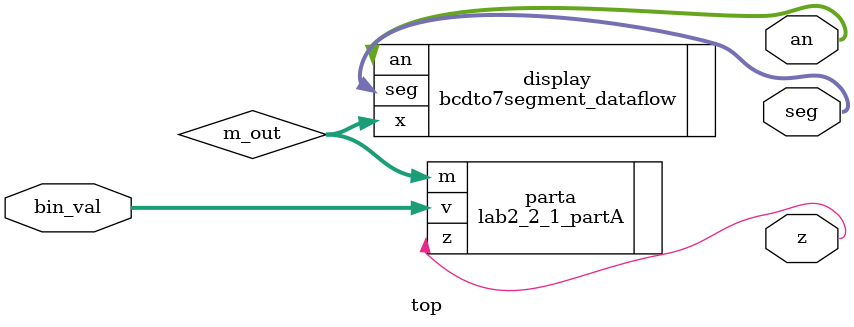
<source format=v>
`timescale 1ns / 1ps

module top(
    input  [3:0] bin_val,
    output  [6:0] seg,
    output [7:0] an,
    output  z
);
wire [3:0] m_out;

lab2_2_1_partA parta(
    .v(bin_val),
    .z(z),
    .m(m_out)
);

bcdto7segment_dataflow display(
    .x(m_out),
    .an(an),
    .seg(seg)
);

endmodule

</source>
